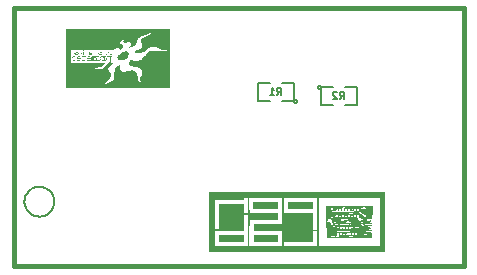
<source format=gbo>
G04 (created by PCBNEW-RS274X (2012-jan-04)-stable) date Fri 25 Jan 2013 16:17:33 CET*
G01*
G70*
G90*
%MOIN*%
G04 Gerber Fmt 3.4, Leading zero omitted, Abs format*
%FSLAX34Y34*%
G04 APERTURE LIST*
%ADD10C,0.006000*%
%ADD11C,0.015000*%
%ADD12C,0.005000*%
%ADD13C,0.000100*%
G04 APERTURE END LIST*
G54D10*
G54D11*
X53350Y-37475D02*
X53375Y-37475D01*
X53350Y-46050D02*
X53350Y-37475D01*
X68350Y-46050D02*
X53350Y-46050D01*
X68350Y-37450D02*
X68350Y-46050D01*
X53350Y-37450D02*
X68350Y-37450D01*
G54D12*
X62785Y-40550D02*
X62784Y-40559D01*
X62781Y-40569D01*
X62776Y-40577D01*
X62770Y-40585D01*
X62762Y-40591D01*
X62754Y-40596D01*
X62745Y-40598D01*
X62735Y-40599D01*
X62726Y-40599D01*
X62717Y-40596D01*
X62708Y-40591D01*
X62701Y-40585D01*
X62694Y-40578D01*
X62690Y-40569D01*
X62687Y-40560D01*
X62686Y-40550D01*
X62686Y-40541D01*
X62689Y-40532D01*
X62693Y-40523D01*
X62700Y-40516D01*
X62707Y-40509D01*
X62715Y-40505D01*
X62725Y-40502D01*
X62734Y-40501D01*
X62743Y-40501D01*
X62753Y-40504D01*
X62761Y-40508D01*
X62769Y-40514D01*
X62775Y-40522D01*
X62780Y-40530D01*
X62783Y-40539D01*
X62784Y-40549D01*
X62785Y-40550D01*
X62285Y-40550D02*
X62685Y-40550D01*
X62685Y-40550D02*
X62685Y-39950D01*
X62685Y-39950D02*
X62285Y-39950D01*
X61885Y-39950D02*
X61485Y-39950D01*
X61485Y-39950D02*
X61485Y-40550D01*
X61485Y-40550D02*
X61885Y-40550D01*
X63585Y-40085D02*
X63584Y-40094D01*
X63581Y-40104D01*
X63576Y-40112D01*
X63570Y-40120D01*
X63562Y-40126D01*
X63554Y-40131D01*
X63545Y-40133D01*
X63535Y-40134D01*
X63526Y-40134D01*
X63517Y-40131D01*
X63508Y-40126D01*
X63501Y-40120D01*
X63494Y-40113D01*
X63490Y-40104D01*
X63487Y-40095D01*
X63486Y-40085D01*
X63486Y-40076D01*
X63489Y-40067D01*
X63493Y-40058D01*
X63500Y-40051D01*
X63507Y-40044D01*
X63515Y-40040D01*
X63525Y-40037D01*
X63534Y-40036D01*
X63543Y-40036D01*
X63553Y-40039D01*
X63561Y-40043D01*
X63569Y-40049D01*
X63575Y-40057D01*
X63580Y-40065D01*
X63583Y-40074D01*
X63584Y-40084D01*
X63585Y-40085D01*
X63985Y-40085D02*
X63585Y-40085D01*
X63585Y-40085D02*
X63585Y-40685D01*
X63585Y-40685D02*
X63985Y-40685D01*
X64385Y-40685D02*
X64785Y-40685D01*
X64785Y-40685D02*
X64785Y-40085D01*
X64785Y-40085D02*
X64385Y-40085D01*
G54D13*
G36*
X65745Y-45564D02*
X65558Y-45564D01*
X65558Y-45390D01*
X65558Y-44580D01*
X65558Y-43771D01*
X64547Y-43771D01*
X63536Y-43771D01*
X63536Y-44430D01*
X63536Y-44566D01*
X63535Y-44699D01*
X63534Y-44825D01*
X63533Y-44942D01*
X63532Y-45045D01*
X63530Y-45132D01*
X63529Y-45198D01*
X63527Y-45239D01*
X63519Y-45390D01*
X64538Y-45390D01*
X65558Y-45390D01*
X65558Y-45564D01*
X63456Y-45564D01*
X63456Y-45390D01*
X63456Y-45136D01*
X63456Y-44881D01*
X63456Y-44841D01*
X63456Y-44306D01*
X63456Y-43770D01*
X62910Y-43774D01*
X62365Y-43777D01*
X62361Y-44028D01*
X62358Y-44279D01*
X62839Y-44279D01*
X63322Y-44279D01*
X63322Y-44560D01*
X63322Y-44841D01*
X63389Y-44841D01*
X63456Y-44841D01*
X63456Y-44881D01*
X63389Y-44881D01*
X63322Y-44881D01*
X63322Y-45062D01*
X63322Y-45242D01*
X62840Y-45242D01*
X62359Y-45242D01*
X62359Y-45316D01*
X62359Y-45390D01*
X62907Y-45390D01*
X63456Y-45390D01*
X63456Y-45564D01*
X62800Y-45564D01*
X62305Y-45564D01*
X62305Y-45390D01*
X62305Y-45136D01*
X62305Y-44881D01*
X61826Y-44878D01*
X61347Y-44874D01*
X61347Y-44767D01*
X61347Y-44660D01*
X61826Y-44656D01*
X62305Y-44653D01*
X62305Y-44219D01*
X62305Y-43784D01*
X61756Y-43784D01*
X61206Y-43784D01*
X61210Y-44035D01*
X61214Y-44286D01*
X61693Y-44290D01*
X62171Y-44293D01*
X62171Y-44400D01*
X62171Y-44507D01*
X61693Y-44510D01*
X61214Y-44514D01*
X61210Y-44951D01*
X61206Y-45390D01*
X61756Y-45390D01*
X62305Y-45390D01*
X62305Y-45564D01*
X61153Y-45564D01*
X61153Y-45377D01*
X61153Y-44854D01*
X61153Y-44333D01*
X61153Y-44293D01*
X61153Y-44032D01*
X61153Y-43771D01*
X61086Y-43771D01*
X61047Y-43771D01*
X61027Y-43777D01*
X61020Y-43791D01*
X61020Y-43811D01*
X61020Y-43851D01*
X60538Y-43851D01*
X60055Y-43851D01*
X60055Y-44340D01*
X60055Y-44827D01*
X60122Y-44827D01*
X60189Y-44827D01*
X60192Y-44410D01*
X60196Y-43992D01*
X60608Y-43988D01*
X61019Y-43984D01*
X61020Y-44139D01*
X61020Y-44293D01*
X61086Y-44293D01*
X61153Y-44293D01*
X61153Y-44333D01*
X61086Y-44333D01*
X61020Y-44333D01*
X61020Y-44600D01*
X61020Y-44868D01*
X60538Y-44868D01*
X60055Y-44868D01*
X60055Y-45122D01*
X60055Y-45377D01*
X60604Y-45377D01*
X61153Y-45377D01*
X61153Y-45564D01*
X59855Y-45564D01*
X59855Y-44566D01*
X59855Y-43570D01*
X62800Y-43570D01*
X65745Y-43570D01*
X65745Y-44566D01*
X65745Y-45564D01*
X65745Y-45564D01*
X65745Y-45564D01*
G37*
G36*
X62171Y-45242D02*
X61764Y-45242D01*
X61356Y-45242D01*
X61352Y-45142D01*
X61350Y-45091D01*
X61350Y-45051D01*
X61351Y-45029D01*
X61352Y-45028D01*
X61366Y-45024D01*
X61406Y-45021D01*
X61469Y-45018D01*
X61554Y-45016D01*
X61659Y-45015D01*
X61764Y-45015D01*
X62171Y-45015D01*
X62171Y-45129D01*
X62171Y-45242D01*
X62171Y-45242D01*
X62171Y-45242D01*
G37*
G36*
X62171Y-44146D02*
X61341Y-44146D01*
X61341Y-43918D01*
X62171Y-43918D01*
X62171Y-44146D01*
X62171Y-44146D01*
X62171Y-44146D01*
G37*
G36*
X65318Y-44038D02*
X65314Y-44256D01*
X65310Y-44474D01*
X65226Y-44474D01*
X65166Y-44479D01*
X65130Y-44490D01*
X65118Y-44508D01*
X65123Y-44521D01*
X65142Y-44530D01*
X65184Y-44530D01*
X65202Y-44528D01*
X65253Y-44524D01*
X65291Y-44528D01*
X65310Y-44537D01*
X65310Y-44547D01*
X65295Y-44554D01*
X65260Y-44560D01*
X65213Y-44566D01*
X65210Y-44566D01*
X65115Y-44576D01*
X65115Y-44576D01*
X65128Y-44580D01*
X65191Y-44592D01*
X65200Y-44593D01*
X65249Y-44601D01*
X65285Y-44610D01*
X65303Y-44618D01*
X65304Y-44620D01*
X65291Y-44627D01*
X65259Y-44631D01*
X65218Y-44633D01*
X65172Y-44635D01*
X65137Y-44638D01*
X65122Y-44643D01*
X65115Y-44643D01*
X65115Y-44576D01*
X65096Y-44563D01*
X65096Y-44386D01*
X65096Y-44369D01*
X65086Y-44349D01*
X65083Y-44346D01*
X65083Y-44119D01*
X65077Y-44093D01*
X65055Y-44082D01*
X65044Y-44081D01*
X65011Y-44082D01*
X64991Y-44091D01*
X64966Y-44103D01*
X64935Y-44104D01*
X64911Y-44095D01*
X64909Y-44092D01*
X64889Y-44079D01*
X64885Y-44078D01*
X64880Y-44083D01*
X64892Y-44095D01*
X64912Y-44108D01*
X64934Y-44117D01*
X64944Y-44118D01*
X64970Y-44128D01*
X64983Y-44139D01*
X65011Y-44154D01*
X65041Y-44156D01*
X65071Y-44149D01*
X65082Y-44132D01*
X65083Y-44119D01*
X65083Y-44346D01*
X65073Y-44337D01*
X65066Y-44339D01*
X65049Y-44338D01*
X65016Y-44322D01*
X64970Y-44295D01*
X64915Y-44258D01*
X64915Y-44258D01*
X64878Y-44229D01*
X64859Y-44207D01*
X64853Y-44182D01*
X64853Y-44169D01*
X64851Y-44137D01*
X64837Y-44124D01*
X64825Y-44121D01*
X64803Y-44123D01*
X64795Y-44140D01*
X64795Y-44155D01*
X64798Y-44176D01*
X64810Y-44196D01*
X64836Y-44221D01*
X64879Y-44253D01*
X64897Y-44266D01*
X64943Y-44301D01*
X64981Y-44335D01*
X65005Y-44361D01*
X65010Y-44369D01*
X65030Y-44391D01*
X65059Y-44401D01*
X65087Y-44395D01*
X65096Y-44386D01*
X65096Y-44563D01*
X65023Y-44515D01*
X64957Y-44476D01*
X64907Y-44456D01*
X64889Y-44454D01*
X64861Y-44452D01*
X64852Y-44441D01*
X64855Y-44413D01*
X64856Y-44407D01*
X64852Y-44358D01*
X64827Y-44310D01*
X64786Y-44269D01*
X64763Y-44255D01*
X64763Y-44083D01*
X64761Y-44078D01*
X64738Y-44089D01*
X64713Y-44115D01*
X64693Y-44146D01*
X64688Y-44168D01*
X64694Y-44192D01*
X64717Y-44199D01*
X64721Y-44199D01*
X64747Y-44193D01*
X64754Y-44172D01*
X64755Y-44166D01*
X64749Y-44137D01*
X64739Y-44124D01*
X64734Y-44111D01*
X64748Y-44096D01*
X64763Y-44083D01*
X64763Y-44255D01*
X64734Y-44239D01*
X64676Y-44226D01*
X64667Y-44226D01*
X64635Y-44224D01*
X64626Y-44218D01*
X64631Y-44210D01*
X64643Y-44185D01*
X64647Y-44156D01*
X64642Y-44128D01*
X64625Y-44119D01*
X64621Y-44119D01*
X64598Y-44130D01*
X64585Y-44155D01*
X64587Y-44182D01*
X64592Y-44190D01*
X64606Y-44209D01*
X64607Y-44215D01*
X64594Y-44218D01*
X64559Y-44221D01*
X64554Y-44221D01*
X64554Y-44160D01*
X64542Y-44121D01*
X64514Y-44092D01*
X64477Y-44079D01*
X64474Y-44080D01*
X64465Y-44083D01*
X64480Y-44091D01*
X64498Y-44104D01*
X64503Y-44130D01*
X64502Y-44150D01*
X64502Y-44183D01*
X64510Y-44197D01*
X64526Y-44199D01*
X64546Y-44193D01*
X64553Y-44170D01*
X64554Y-44160D01*
X64554Y-44221D01*
X64503Y-44223D01*
X64470Y-44223D01*
X64470Y-44159D01*
X64458Y-44132D01*
X64435Y-44119D01*
X64432Y-44119D01*
X64413Y-44125D01*
X64409Y-44141D01*
X64409Y-44083D01*
X64392Y-44080D01*
X64384Y-44080D01*
X64341Y-44090D01*
X64311Y-44121D01*
X64299Y-44166D01*
X64299Y-44168D01*
X64306Y-44192D01*
X64329Y-44199D01*
X64333Y-44199D01*
X64358Y-44193D01*
X64366Y-44172D01*
X64366Y-44168D01*
X64360Y-44137D01*
X64351Y-44122D01*
X64343Y-44110D01*
X64351Y-44101D01*
X64380Y-44092D01*
X64400Y-44088D01*
X64409Y-44083D01*
X64409Y-44141D01*
X64406Y-44150D01*
X64406Y-44159D01*
X64411Y-44188D01*
X64427Y-44199D01*
X64433Y-44199D01*
X64458Y-44193D01*
X64467Y-44186D01*
X64470Y-44159D01*
X64470Y-44223D01*
X64433Y-44225D01*
X64349Y-44225D01*
X64293Y-44226D01*
X64259Y-44226D01*
X64259Y-44158D01*
X64256Y-44129D01*
X64243Y-44120D01*
X64229Y-44121D01*
X64204Y-44134D01*
X64195Y-44162D01*
X64195Y-44189D01*
X64210Y-44198D01*
X64225Y-44199D01*
X64249Y-44195D01*
X64258Y-44178D01*
X64259Y-44158D01*
X64259Y-44226D01*
X64152Y-44226D01*
X64152Y-44158D01*
X64149Y-44129D01*
X64136Y-44120D01*
X64122Y-44121D01*
X64097Y-44134D01*
X64087Y-44162D01*
X64088Y-44189D01*
X64103Y-44198D01*
X64118Y-44199D01*
X64142Y-44195D01*
X64151Y-44178D01*
X64152Y-44158D01*
X64152Y-44226D01*
X63978Y-44226D01*
X63978Y-44193D01*
X63983Y-44165D01*
X63991Y-44152D01*
X64006Y-44133D01*
X63999Y-44116D01*
X63973Y-44106D01*
X63965Y-44105D01*
X63936Y-44108D01*
X63926Y-44120D01*
X63934Y-44147D01*
X63944Y-44167D01*
X63961Y-44206D01*
X63961Y-44233D01*
X63942Y-44260D01*
X63934Y-44267D01*
X63904Y-44296D01*
X63934Y-44281D01*
X63960Y-44264D01*
X63971Y-44252D01*
X63987Y-44247D01*
X64026Y-44243D01*
X64083Y-44240D01*
X64153Y-44239D01*
X64326Y-44239D01*
X64326Y-44285D01*
X64322Y-44319D01*
X64314Y-44339D01*
X64313Y-44340D01*
X64301Y-44360D01*
X64301Y-44390D01*
X64313Y-44414D01*
X64320Y-44419D01*
X64346Y-44422D01*
X64354Y-44419D01*
X64364Y-44400D01*
X64365Y-44370D01*
X64358Y-44345D01*
X64353Y-44340D01*
X64344Y-44322D01*
X64339Y-44289D01*
X64339Y-44285D01*
X64339Y-44239D01*
X64533Y-44239D01*
X64727Y-44239D01*
X64775Y-44281D01*
X64805Y-44312D01*
X64812Y-44332D01*
X64809Y-44338D01*
X64796Y-44368D01*
X64802Y-44406D01*
X64821Y-44437D01*
X64838Y-44464D01*
X64840Y-44486D01*
X64845Y-44507D01*
X64868Y-44523D01*
X64901Y-44532D01*
X64930Y-44524D01*
X64940Y-44519D01*
X64962Y-44508D01*
X64981Y-44507D01*
X65006Y-44520D01*
X65036Y-44540D01*
X65079Y-44564D01*
X65115Y-44576D01*
X65115Y-44643D01*
X65105Y-44643D01*
X65075Y-44632D01*
X65039Y-44612D01*
X65007Y-44589D01*
X64992Y-44574D01*
X64969Y-44552D01*
X64949Y-44550D01*
X64930Y-44559D01*
X64918Y-44580D01*
X64920Y-44593D01*
X64934Y-44609D01*
X64963Y-44610D01*
X64968Y-44609D01*
X64999Y-44607D01*
X65016Y-44614D01*
X65044Y-44639D01*
X65092Y-44662D01*
X65149Y-44679D01*
X65210Y-44686D01*
X65220Y-44687D01*
X65273Y-44689D01*
X65300Y-44694D01*
X65302Y-44703D01*
X65281Y-44711D01*
X65236Y-44720D01*
X65194Y-44725D01*
X65135Y-44731D01*
X65096Y-44732D01*
X65069Y-44728D01*
X65048Y-44718D01*
X65042Y-44714D01*
X65014Y-44690D01*
X64999Y-44665D01*
X64985Y-44647D01*
X64960Y-44639D01*
X64935Y-44640D01*
X64919Y-44652D01*
X64918Y-44664D01*
X64934Y-44683D01*
X64962Y-44691D01*
X65001Y-44703D01*
X65029Y-44719D01*
X65059Y-44735D01*
X65110Y-44746D01*
X65161Y-44752D01*
X65212Y-44757D01*
X65253Y-44762D01*
X65276Y-44767D01*
X65278Y-44768D01*
X65286Y-44782D01*
X65273Y-44794D01*
X65245Y-44800D01*
X65236Y-44801D01*
X65205Y-44807D01*
X65197Y-44821D01*
X65205Y-44835D01*
X65235Y-44840D01*
X65250Y-44841D01*
X65287Y-44846D01*
X65304Y-44856D01*
X65298Y-44868D01*
X65269Y-44876D01*
X65260Y-44877D01*
X65215Y-44881D01*
X65169Y-44888D01*
X65145Y-44891D01*
X65122Y-44886D01*
X65094Y-44872D01*
X65055Y-44847D01*
X65020Y-44822D01*
X64970Y-44786D01*
X64934Y-44764D01*
X64904Y-44752D01*
X64874Y-44748D01*
X64850Y-44747D01*
X64811Y-44745D01*
X64786Y-44739D01*
X64781Y-44734D01*
X64770Y-44723D01*
X64755Y-44720D01*
X64753Y-44721D01*
X64753Y-44384D01*
X64748Y-44352D01*
X64729Y-44321D01*
X64729Y-44320D01*
X64711Y-44307D01*
X64689Y-44299D01*
X64655Y-44294D01*
X64602Y-44293D01*
X64581Y-44293D01*
X64522Y-44293D01*
X64484Y-44297D01*
X64459Y-44303D01*
X64441Y-44315D01*
X64434Y-44322D01*
X64413Y-44355D01*
X64406Y-44391D01*
X64415Y-44417D01*
X64416Y-44418D01*
X64438Y-44426D01*
X64460Y-44413D01*
X64471Y-44389D01*
X64469Y-44357D01*
X64461Y-44341D01*
X64453Y-44326D01*
X64459Y-44315D01*
X64484Y-44309D01*
X64530Y-44307D01*
X64582Y-44306D01*
X64648Y-44309D01*
X64692Y-44315D01*
X64713Y-44325D01*
X64710Y-44340D01*
X64702Y-44346D01*
X64688Y-44366D01*
X64691Y-44394D01*
X64706Y-44415D01*
X64721Y-44420D01*
X64743Y-44409D01*
X64753Y-44384D01*
X64753Y-44721D01*
X64735Y-44727D01*
X64728Y-44750D01*
X64728Y-44760D01*
X64732Y-44790D01*
X64748Y-44800D01*
X64755Y-44801D01*
X64776Y-44792D01*
X64781Y-44780D01*
X64788Y-44768D01*
X64813Y-44762D01*
X64850Y-44760D01*
X64885Y-44762D01*
X64915Y-44769D01*
X64946Y-44784D01*
X64986Y-44811D01*
X65014Y-44832D01*
X65062Y-44868D01*
X65099Y-44890D01*
X65133Y-44903D01*
X65173Y-44910D01*
X65207Y-44914D01*
X65262Y-44921D01*
X65293Y-44930D01*
X65304Y-44942D01*
X65304Y-44943D01*
X65292Y-44956D01*
X65256Y-44962D01*
X65253Y-44962D01*
X65215Y-44965D01*
X65186Y-44973D01*
X65183Y-44975D01*
X65179Y-44983D01*
X65198Y-44987D01*
X65233Y-44988D01*
X65304Y-44988D01*
X65304Y-45055D01*
X65304Y-45122D01*
X65146Y-45122D01*
X65146Y-44986D01*
X65109Y-44967D01*
X65066Y-44950D01*
X65039Y-44954D01*
X65026Y-44974D01*
X65011Y-45000D01*
X64986Y-45022D01*
X64969Y-45031D01*
X64946Y-45037D01*
X64913Y-45040D01*
X64864Y-45041D01*
X64797Y-45041D01*
X64791Y-45040D01*
X64791Y-44966D01*
X64780Y-44935D01*
X64755Y-44907D01*
X64721Y-44888D01*
X64684Y-44885D01*
X64684Y-44885D01*
X64678Y-44886D01*
X64678Y-44741D01*
X64678Y-44692D01*
X64676Y-44640D01*
X64672Y-44558D01*
X64666Y-44502D01*
X64657Y-44472D01*
X64654Y-44469D01*
X64643Y-44440D01*
X64644Y-44399D01*
X64647Y-44365D01*
X64641Y-44350D01*
X64624Y-44346D01*
X64623Y-44346D01*
X64598Y-44355D01*
X64594Y-44371D01*
X64600Y-44401D01*
X64615Y-44438D01*
X64634Y-44472D01*
X64649Y-44488D01*
X64656Y-44505D01*
X64657Y-44542D01*
X64655Y-44588D01*
X64649Y-44638D01*
X64641Y-44685D01*
X64631Y-44720D01*
X64623Y-44733D01*
X64606Y-44746D01*
X64597Y-44737D01*
X64594Y-44734D01*
X64594Y-44662D01*
X64586Y-44639D01*
X64581Y-44633D01*
X64576Y-44617D01*
X64584Y-44600D01*
X64594Y-44580D01*
X64590Y-44569D01*
X64569Y-44562D01*
X64561Y-44561D01*
X64561Y-44381D01*
X64550Y-44355D01*
X64525Y-44346D01*
X64506Y-44357D01*
X64500Y-44382D01*
X64506Y-44410D01*
X64515Y-44422D01*
X64518Y-44438D01*
X64498Y-44458D01*
X64489Y-44465D01*
X64449Y-44488D01*
X64415Y-44491D01*
X64375Y-44475D01*
X64370Y-44471D01*
X64331Y-44458D01*
X64295Y-44458D01*
X64268Y-44471D01*
X64259Y-44492D01*
X64263Y-44517D01*
X64268Y-44525D01*
X64289Y-44532D01*
X64321Y-44534D01*
X64353Y-44530D01*
X64372Y-44521D01*
X64373Y-44520D01*
X64391Y-44510D01*
X64416Y-44507D01*
X64457Y-44497D01*
X64502Y-44472D01*
X64539Y-44438D01*
X64553Y-44417D01*
X64561Y-44381D01*
X64561Y-44561D01*
X64526Y-44558D01*
X64525Y-44557D01*
X64472Y-44556D01*
X64442Y-44564D01*
X64436Y-44585D01*
X64438Y-44593D01*
X64452Y-44609D01*
X64481Y-44610D01*
X64486Y-44609D01*
X64518Y-44607D01*
X64535Y-44615D01*
X64532Y-44629D01*
X64524Y-44635D01*
X64504Y-44640D01*
X64464Y-44644D01*
X64410Y-44648D01*
X64362Y-44649D01*
X64298Y-44651D01*
X64257Y-44654D01*
X64257Y-44359D01*
X64244Y-44342D01*
X64219Y-44346D01*
X64198Y-44369D01*
X64192Y-44398D01*
X64202Y-44418D01*
X64224Y-44425D01*
X64247Y-44414D01*
X64257Y-44396D01*
X64257Y-44359D01*
X64257Y-44654D01*
X64253Y-44655D01*
X64222Y-44660D01*
X64199Y-44670D01*
X64177Y-44685D01*
X64171Y-44690D01*
X64160Y-44702D01*
X64160Y-44368D01*
X64147Y-44350D01*
X64119Y-44347D01*
X64088Y-44358D01*
X64062Y-44368D01*
X64020Y-44378D01*
X63998Y-44382D01*
X63957Y-44391D01*
X63937Y-44402D01*
X63931Y-44419D01*
X63931Y-44420D01*
X63940Y-44442D01*
X63959Y-44447D01*
X63999Y-44456D01*
X64030Y-44477D01*
X64051Y-44504D01*
X64056Y-44532D01*
X64041Y-44555D01*
X64036Y-44558D01*
X64021Y-44578D01*
X64022Y-44591D01*
X64042Y-44610D01*
X64073Y-44611D01*
X64098Y-44600D01*
X64110Y-44588D01*
X64103Y-44572D01*
X64095Y-44563D01*
X64077Y-44537D01*
X64072Y-44518D01*
X64063Y-44496D01*
X64040Y-44469D01*
X64039Y-44468D01*
X64015Y-44439D01*
X64000Y-44412D01*
X64000Y-44394D01*
X64018Y-44387D01*
X64034Y-44387D01*
X64069Y-44393D01*
X64093Y-44407D01*
X64120Y-44425D01*
X64140Y-44418D01*
X64152Y-44399D01*
X64160Y-44368D01*
X64160Y-44702D01*
X64141Y-44722D01*
X64125Y-44754D01*
X64124Y-44782D01*
X64139Y-44799D01*
X64153Y-44801D01*
X64178Y-44791D01*
X64188Y-44779D01*
X64188Y-44750D01*
X64181Y-44733D01*
X64174Y-44711D01*
X64187Y-44694D01*
X64196Y-44687D01*
X64234Y-44672D01*
X64285Y-44667D01*
X64338Y-44672D01*
X64372Y-44682D01*
X64402Y-44690D01*
X64425Y-44681D01*
X64426Y-44680D01*
X64452Y-44670D01*
X64498Y-44670D01*
X64520Y-44673D01*
X64563Y-44677D01*
X64586Y-44675D01*
X64594Y-44666D01*
X64594Y-44662D01*
X64594Y-44734D01*
X64581Y-44723D01*
X64566Y-44720D01*
X64547Y-44727D01*
X64541Y-44752D01*
X64540Y-44760D01*
X64545Y-44790D01*
X64560Y-44800D01*
X64567Y-44801D01*
X64589Y-44792D01*
X64594Y-44780D01*
X64601Y-44763D01*
X64607Y-44760D01*
X64619Y-44771D01*
X64621Y-44781D01*
X64631Y-44797D01*
X64651Y-44798D01*
X64664Y-44795D01*
X64672Y-44788D01*
X64677Y-44772D01*
X64678Y-44741D01*
X64678Y-44886D01*
X64666Y-44889D01*
X64674Y-44891D01*
X64690Y-44893D01*
X64725Y-44901D01*
X64737Y-44921D01*
X64729Y-44944D01*
X64725Y-44978D01*
X64729Y-44991D01*
X64748Y-45012D01*
X64768Y-45008D01*
X64782Y-44994D01*
X64791Y-44966D01*
X64791Y-45040D01*
X64741Y-45040D01*
X64685Y-45039D01*
X64685Y-44984D01*
X64683Y-44954D01*
X64668Y-44935D01*
X64647Y-44932D01*
X64639Y-44936D01*
X64623Y-44962D01*
X64622Y-44992D01*
X64630Y-45006D01*
X64652Y-45013D01*
X64675Y-45002D01*
X64685Y-44984D01*
X64685Y-45039D01*
X64649Y-45038D01*
X64594Y-45039D01*
X64594Y-44969D01*
X64587Y-44937D01*
X64570Y-44925D01*
X64549Y-44936D01*
X64545Y-44941D01*
X64528Y-44957D01*
X64510Y-44951D01*
X64507Y-44948D01*
X64487Y-44925D01*
X64491Y-44908D01*
X64521Y-44897D01*
X64570Y-44891D01*
X64588Y-44889D01*
X64580Y-44887D01*
X64551Y-44886D01*
X64501Y-44884D01*
X64498Y-44884D01*
X64498Y-44757D01*
X64497Y-44730D01*
X64482Y-44721D01*
X64474Y-44720D01*
X64446Y-44731D01*
X64434Y-44758D01*
X64438Y-44782D01*
X64454Y-44799D01*
X64475Y-44795D01*
X64492Y-44776D01*
X64498Y-44757D01*
X64498Y-44884D01*
X64463Y-44884D01*
X64388Y-44882D01*
X64336Y-44881D01*
X64303Y-44878D01*
X64284Y-44874D01*
X64275Y-44867D01*
X64273Y-44857D01*
X64273Y-44851D01*
X64278Y-44807D01*
X64290Y-44776D01*
X64306Y-44759D01*
X64323Y-44762D01*
X64335Y-44780D01*
X64353Y-44797D01*
X64367Y-44801D01*
X64386Y-44794D01*
X64393Y-44768D01*
X64393Y-44760D01*
X64388Y-44730D01*
X64372Y-44720D01*
X64369Y-44720D01*
X64339Y-44729D01*
X64329Y-44736D01*
X64310Y-44746D01*
X64297Y-44736D01*
X64270Y-44723D01*
X64255Y-44720D01*
X64241Y-44723D01*
X64235Y-44734D01*
X64235Y-44760D01*
X64239Y-44801D01*
X64248Y-44881D01*
X64176Y-44881D01*
X64128Y-44878D01*
X64098Y-44869D01*
X64076Y-44851D01*
X64060Y-44822D01*
X64050Y-44784D01*
X64047Y-44744D01*
X64051Y-44714D01*
X64062Y-44701D01*
X64087Y-44694D01*
X64115Y-44688D01*
X64143Y-44674D01*
X64151Y-44655D01*
X64136Y-44638D01*
X64127Y-44634D01*
X64095Y-44631D01*
X64071Y-44640D01*
X64063Y-44658D01*
X64064Y-44662D01*
X64060Y-44681D01*
X64039Y-44696D01*
X64012Y-44703D01*
X63989Y-44697D01*
X63988Y-44695D01*
X63979Y-44677D01*
X63989Y-44651D01*
X64001Y-44631D01*
X63999Y-44619D01*
X63978Y-44607D01*
X63968Y-44601D01*
X63947Y-44586D01*
X63948Y-44566D01*
X63952Y-44559D01*
X63961Y-44523D01*
X63944Y-44494D01*
X63919Y-44481D01*
X63899Y-44468D01*
X63886Y-44444D01*
X63877Y-44401D01*
X63877Y-44400D01*
X63874Y-44350D01*
X63881Y-44317D01*
X63886Y-44309D01*
X63897Y-44294D01*
X63891Y-44297D01*
X63879Y-44305D01*
X63865Y-44322D01*
X63859Y-44347D01*
X63859Y-44389D01*
X63860Y-44403D01*
X63862Y-44448D01*
X63858Y-44473D01*
X63848Y-44485D01*
X63843Y-44487D01*
X63816Y-44508D01*
X63809Y-44540D01*
X63812Y-44553D01*
X63829Y-44566D01*
X63862Y-44578D01*
X63872Y-44580D01*
X63906Y-44588D01*
X63922Y-44602D01*
X63924Y-44621D01*
X63929Y-44645D01*
X63937Y-44654D01*
X63950Y-44664D01*
X63957Y-44678D01*
X63974Y-44703D01*
X63998Y-44720D01*
X64022Y-44739D01*
X64031Y-44769D01*
X64032Y-44788D01*
X64042Y-44838D01*
X64076Y-44872D01*
X64130Y-44891D01*
X64178Y-44895D01*
X64247Y-44895D01*
X64238Y-44940D01*
X64236Y-44982D01*
X64244Y-45008D01*
X64259Y-45015D01*
X64278Y-45000D01*
X64286Y-44987D01*
X64294Y-44960D01*
X64282Y-44930D01*
X64280Y-44927D01*
X64259Y-44895D01*
X64367Y-44895D01*
X64475Y-44895D01*
X64451Y-44934D01*
X64436Y-44963D01*
X64436Y-44980D01*
X64450Y-44997D01*
X64450Y-44997D01*
X64468Y-45012D01*
X64484Y-45008D01*
X64498Y-44996D01*
X64522Y-44982D01*
X64533Y-44987D01*
X64552Y-44999D01*
X64568Y-45001D01*
X64588Y-44993D01*
X64594Y-44969D01*
X64594Y-45039D01*
X64582Y-45040D01*
X64539Y-45043D01*
X64517Y-45049D01*
X64515Y-45059D01*
X64527Y-45069D01*
X64560Y-45081D01*
X64589Y-45078D01*
X64600Y-45068D01*
X64617Y-45063D01*
X64656Y-45059D01*
X64714Y-45056D01*
X64786Y-45055D01*
X64793Y-45055D01*
X64868Y-45055D01*
X64921Y-45053D01*
X64957Y-45050D01*
X64979Y-45045D01*
X64994Y-45036D01*
X65001Y-45030D01*
X65028Y-45012D01*
X65069Y-44998D01*
X65085Y-44995D01*
X65146Y-44986D01*
X65146Y-45122D01*
X64549Y-45122D01*
X64400Y-45122D01*
X64400Y-44962D01*
X64384Y-44940D01*
X64365Y-44935D01*
X64346Y-44942D01*
X64340Y-44967D01*
X64339Y-44975D01*
X64344Y-45004D01*
X64360Y-45015D01*
X64365Y-45015D01*
X64390Y-45005D01*
X64398Y-44995D01*
X64400Y-44962D01*
X64400Y-45122D01*
X64206Y-45122D01*
X64206Y-45043D01*
X64198Y-45029D01*
X64192Y-45028D01*
X64185Y-45017D01*
X64187Y-44991D01*
X64186Y-44956D01*
X64173Y-44933D01*
X64153Y-44925D01*
X64132Y-44939D01*
X64131Y-44940D01*
X64120Y-44970D01*
X64126Y-44990D01*
X64134Y-45016D01*
X64132Y-45029D01*
X64112Y-45038D01*
X64077Y-45041D01*
X64036Y-45037D01*
X63999Y-45026D01*
X63999Y-45026D01*
X63969Y-45018D01*
X63945Y-45028D01*
X63944Y-45028D01*
X63933Y-45049D01*
X63942Y-45068D01*
X63964Y-45077D01*
X63984Y-45075D01*
X64017Y-45066D01*
X64056Y-45059D01*
X64097Y-45059D01*
X64132Y-45068D01*
X64163Y-45079D01*
X64185Y-45077D01*
X64200Y-45063D01*
X64206Y-45043D01*
X64206Y-45122D01*
X63795Y-45122D01*
X63786Y-44959D01*
X63783Y-44901D01*
X63781Y-44822D01*
X63779Y-44727D01*
X63778Y-44622D01*
X63777Y-44513D01*
X63777Y-44418D01*
X63777Y-44038D01*
X64547Y-44038D01*
X65318Y-44038D01*
X65318Y-44038D01*
X65318Y-44038D01*
G37*
G36*
X64764Y-44752D02*
X64762Y-44760D01*
X64755Y-44760D01*
X64743Y-44756D01*
X64746Y-44752D01*
X64762Y-44750D01*
X64764Y-44752D01*
X64764Y-44752D01*
X64764Y-44752D01*
G37*
G36*
X64964Y-44658D02*
X64962Y-44666D01*
X64956Y-44667D01*
X64944Y-44662D01*
X64946Y-44658D01*
X64962Y-44656D01*
X64964Y-44658D01*
X64964Y-44658D01*
X64964Y-44658D01*
G37*
G36*
X65170Y-44660D02*
X65163Y-44667D01*
X65156Y-44660D01*
X65163Y-44654D01*
X65170Y-44660D01*
X65170Y-44660D01*
X65170Y-44660D01*
G37*
G36*
X64964Y-44578D02*
X64962Y-44585D01*
X64956Y-44586D01*
X64944Y-44582D01*
X64946Y-44578D01*
X64962Y-44576D01*
X64964Y-44578D01*
X64964Y-44578D01*
X64964Y-44578D01*
G37*
G36*
X65170Y-44500D02*
X65163Y-44507D01*
X65156Y-44500D01*
X65163Y-44494D01*
X65170Y-44500D01*
X65170Y-44500D01*
X65170Y-44500D01*
G37*
G36*
X64902Y-44487D02*
X64895Y-44494D01*
X64889Y-44487D01*
X64895Y-44480D01*
X64902Y-44487D01*
X64902Y-44487D01*
X64902Y-44487D01*
G37*
G36*
X64339Y-44380D02*
X64333Y-44387D01*
X64326Y-44380D01*
X64333Y-44373D01*
X64339Y-44380D01*
X64339Y-44380D01*
X64339Y-44380D01*
G37*
G36*
X64835Y-44380D02*
X64828Y-44387D01*
X64821Y-44380D01*
X64828Y-44373D01*
X64835Y-44380D01*
X64835Y-44380D01*
X64835Y-44380D01*
G37*
G36*
X64618Y-44166D02*
X64616Y-44168D01*
X64608Y-44166D01*
X64607Y-44159D01*
X64612Y-44148D01*
X64616Y-44150D01*
X64618Y-44166D01*
X64618Y-44166D01*
X64618Y-44166D01*
G37*
G36*
X63965Y-44125D02*
X63958Y-44132D01*
X63951Y-44125D01*
X63958Y-44119D01*
X63965Y-44125D01*
X63965Y-44125D01*
X63965Y-44125D01*
G37*
G36*
X61020Y-45229D02*
X60189Y-45229D01*
X60189Y-45015D01*
X61020Y-45015D01*
X61020Y-45229D01*
X61020Y-45229D01*
X61020Y-45229D01*
G37*
G36*
X63322Y-44132D02*
X62492Y-44132D01*
X62492Y-43918D01*
X63322Y-43918D01*
X63322Y-44132D01*
X63322Y-44132D01*
X63322Y-44132D01*
G37*
G36*
X63978Y-45048D02*
X63971Y-45055D01*
X63965Y-45048D01*
X63971Y-45042D01*
X63978Y-45048D01*
X63978Y-45048D01*
X63978Y-45048D01*
G37*
G36*
X64165Y-45048D02*
X64159Y-45055D01*
X64152Y-45048D01*
X64159Y-45042D01*
X64165Y-45048D01*
X64165Y-45048D01*
X64165Y-45048D01*
G37*
G36*
X64161Y-44966D02*
X64159Y-44974D01*
X64152Y-44975D01*
X64141Y-44970D01*
X64143Y-44966D01*
X64159Y-44964D01*
X64161Y-44966D01*
X64161Y-44966D01*
X64161Y-44966D01*
G37*
G36*
X64567Y-45048D02*
X64560Y-45055D01*
X64554Y-45048D01*
X64560Y-45042D01*
X64567Y-45048D01*
X64567Y-45048D01*
X64567Y-45048D01*
G37*
G36*
X65062Y-44981D02*
X65056Y-44988D01*
X65049Y-44981D01*
X65056Y-44975D01*
X65062Y-44981D01*
X65062Y-44981D01*
X65062Y-44981D01*
G37*
G36*
X64259Y-44968D02*
X64253Y-44975D01*
X64246Y-44968D01*
X64253Y-44961D01*
X64259Y-44968D01*
X64259Y-44968D01*
X64259Y-44968D01*
G37*
G36*
X64474Y-44968D02*
X64467Y-44975D01*
X64460Y-44968D01*
X64467Y-44961D01*
X64474Y-44968D01*
X64474Y-44968D01*
X64474Y-44968D01*
G37*
G36*
X64567Y-44968D02*
X64560Y-44975D01*
X64554Y-44968D01*
X64560Y-44961D01*
X64567Y-44968D01*
X64567Y-44968D01*
X64567Y-44968D01*
G37*
G36*
X64259Y-44754D02*
X64253Y-44760D01*
X64246Y-44754D01*
X64253Y-44747D01*
X64259Y-44754D01*
X64259Y-44754D01*
X64259Y-44754D01*
G37*
G36*
X64366Y-44754D02*
X64359Y-44760D01*
X64353Y-44754D01*
X64359Y-44747D01*
X64366Y-44754D01*
X64366Y-44754D01*
X64366Y-44754D01*
G37*
G36*
X64112Y-44660D02*
X64105Y-44667D01*
X64098Y-44660D01*
X64105Y-44654D01*
X64112Y-44660D01*
X64112Y-44660D01*
X64112Y-44660D01*
G37*
G36*
X63965Y-44633D02*
X63958Y-44640D01*
X63951Y-44633D01*
X63958Y-44627D01*
X63965Y-44633D01*
X63965Y-44633D01*
X63965Y-44633D01*
G37*
G36*
X63897Y-44534D02*
X63887Y-44547D01*
X63884Y-44547D01*
X63871Y-44537D01*
X63871Y-44534D01*
X63881Y-44521D01*
X63884Y-44520D01*
X63897Y-44531D01*
X63897Y-44534D01*
X63897Y-44534D01*
X63897Y-44534D01*
G37*
G36*
X64366Y-44968D02*
X64359Y-44975D01*
X64353Y-44968D01*
X64359Y-44961D01*
X64366Y-44968D01*
X64366Y-44968D01*
X64366Y-44968D01*
G37*
G36*
X64661Y-44968D02*
X64654Y-44975D01*
X64647Y-44968D01*
X64654Y-44961D01*
X64661Y-44968D01*
X64661Y-44968D01*
X64661Y-44968D01*
G37*
G36*
X64755Y-44968D02*
X64748Y-44975D01*
X64741Y-44968D01*
X64748Y-44961D01*
X64755Y-44968D01*
X64755Y-44968D01*
X64755Y-44968D01*
G37*
G36*
X64152Y-44754D02*
X64145Y-44760D01*
X64138Y-44754D01*
X64145Y-44747D01*
X64152Y-44754D01*
X64152Y-44754D01*
X64152Y-44754D01*
G37*
G36*
X64406Y-44660D02*
X64400Y-44667D01*
X64393Y-44660D01*
X64400Y-44654D01*
X64406Y-44660D01*
X64406Y-44660D01*
X64406Y-44660D01*
G37*
G36*
X64563Y-44658D02*
X64561Y-44666D01*
X64554Y-44667D01*
X64543Y-44662D01*
X64545Y-44658D01*
X64561Y-44656D01*
X64563Y-44658D01*
X64563Y-44658D01*
X64563Y-44658D01*
G37*
G36*
X64474Y-44580D02*
X64467Y-44586D01*
X64460Y-44580D01*
X64467Y-44573D01*
X64474Y-44580D01*
X64474Y-44580D01*
X64474Y-44580D01*
G37*
G36*
X64563Y-44578D02*
X64561Y-44585D01*
X64554Y-44586D01*
X64543Y-44582D01*
X64545Y-44578D01*
X64561Y-44576D01*
X64563Y-44578D01*
X64563Y-44578D01*
X64563Y-44578D01*
G37*
G36*
X64474Y-44754D02*
X64467Y-44760D01*
X64460Y-44754D01*
X64467Y-44747D01*
X64474Y-44754D01*
X64474Y-44754D01*
X64474Y-44754D01*
G37*
G36*
X64567Y-44754D02*
X64560Y-44760D01*
X64554Y-44754D01*
X64560Y-44747D01*
X64567Y-44754D01*
X64567Y-44754D01*
X64567Y-44754D01*
G37*
G36*
X64661Y-44754D02*
X64654Y-44760D01*
X64647Y-44754D01*
X64654Y-44747D01*
X64661Y-44754D01*
X64661Y-44754D01*
X64661Y-44754D01*
G37*
G36*
X64621Y-44380D02*
X64614Y-44387D01*
X64607Y-44380D01*
X64614Y-44373D01*
X64621Y-44380D01*
X64621Y-44380D01*
X64621Y-44380D01*
G37*
G36*
X64072Y-44580D02*
X64065Y-44586D01*
X64058Y-44580D01*
X64065Y-44573D01*
X64072Y-44580D01*
X64072Y-44580D01*
X64072Y-44580D01*
G37*
G36*
X63965Y-44420D02*
X63958Y-44427D01*
X63951Y-44420D01*
X63958Y-44413D01*
X63965Y-44420D01*
X63965Y-44420D01*
X63965Y-44420D01*
G37*
G36*
X64134Y-44378D02*
X64132Y-44385D01*
X64125Y-44387D01*
X64114Y-44382D01*
X64116Y-44378D01*
X64132Y-44376D01*
X64134Y-44378D01*
X64134Y-44378D01*
X64134Y-44378D01*
G37*
G36*
X64326Y-44500D02*
X64319Y-44507D01*
X64313Y-44500D01*
X64319Y-44494D01*
X64326Y-44500D01*
X64326Y-44500D01*
X64326Y-44500D01*
G37*
G36*
X64527Y-44380D02*
X64520Y-44387D01*
X64514Y-44380D01*
X64520Y-44373D01*
X64527Y-44380D01*
X64527Y-44380D01*
X64527Y-44380D01*
G37*
G36*
X64232Y-44380D02*
X64226Y-44387D01*
X64219Y-44380D01*
X64226Y-44373D01*
X64232Y-44380D01*
X64232Y-44380D01*
X64232Y-44380D01*
G37*
G36*
X64442Y-44378D02*
X64440Y-44385D01*
X64433Y-44387D01*
X64422Y-44382D01*
X64424Y-44378D01*
X64440Y-44376D01*
X64442Y-44378D01*
X64442Y-44378D01*
X64442Y-44378D01*
G37*
G36*
X64728Y-44380D02*
X64721Y-44387D01*
X64715Y-44380D01*
X64721Y-44373D01*
X64728Y-44380D01*
X64728Y-44380D01*
X64728Y-44380D01*
G37*
G36*
X65062Y-44366D02*
X65056Y-44373D01*
X65049Y-44366D01*
X65056Y-44360D01*
X65062Y-44366D01*
X65062Y-44366D01*
X65062Y-44366D01*
G37*
G36*
X64821Y-44166D02*
X64815Y-44172D01*
X64808Y-44166D01*
X64815Y-44159D01*
X64821Y-44166D01*
X64821Y-44166D01*
X64821Y-44166D01*
G37*
G36*
X64122Y-44166D02*
X64121Y-44168D01*
X64113Y-44166D01*
X64112Y-44159D01*
X64117Y-44148D01*
X64121Y-44150D01*
X64122Y-44166D01*
X64122Y-44166D01*
X64122Y-44166D01*
G37*
G36*
X64229Y-44166D02*
X64228Y-44168D01*
X64220Y-44166D01*
X64219Y-44159D01*
X64224Y-44148D01*
X64228Y-44150D01*
X64229Y-44166D01*
X64229Y-44166D01*
X64229Y-44166D01*
G37*
G36*
X64527Y-44166D02*
X64520Y-44172D01*
X64514Y-44166D01*
X64520Y-44159D01*
X64527Y-44166D01*
X64527Y-44166D01*
X64527Y-44166D01*
G37*
G36*
X64715Y-44166D02*
X64708Y-44172D01*
X64701Y-44166D01*
X64708Y-44159D01*
X64715Y-44166D01*
X64715Y-44166D01*
X64715Y-44166D01*
G37*
G36*
X65036Y-44112D02*
X65029Y-44119D01*
X65022Y-44112D01*
X65029Y-44105D01*
X65036Y-44112D01*
X65036Y-44112D01*
X65036Y-44112D01*
G37*
G36*
X58575Y-40124D02*
X58469Y-40124D01*
X58469Y-38848D01*
X58465Y-38846D01*
X58454Y-38844D01*
X58434Y-38843D01*
X58405Y-38841D01*
X58357Y-38836D01*
X58308Y-38828D01*
X58260Y-38815D01*
X58218Y-38800D01*
X58183Y-38784D01*
X58170Y-38776D01*
X58157Y-38769D01*
X58137Y-38761D01*
X58113Y-38752D01*
X58104Y-38750D01*
X58076Y-38742D01*
X58055Y-38737D01*
X58034Y-38736D01*
X58012Y-38738D01*
X57974Y-38742D01*
X57941Y-38749D01*
X57909Y-38758D01*
X57876Y-38771D01*
X57841Y-38789D01*
X57803Y-38812D01*
X57758Y-38842D01*
X57723Y-38866D01*
X57680Y-38895D01*
X57645Y-38917D01*
X57615Y-38933D01*
X57588Y-38945D01*
X57564Y-38951D01*
X57539Y-38955D01*
X57516Y-38955D01*
X57486Y-38953D01*
X57453Y-38947D01*
X57422Y-38937D01*
X57396Y-38926D01*
X57385Y-38918D01*
X57369Y-38904D01*
X57404Y-38886D01*
X57459Y-38857D01*
X57503Y-38833D01*
X57540Y-38812D01*
X57569Y-38795D01*
X57591Y-38779D01*
X57608Y-38765D01*
X57622Y-38751D01*
X57631Y-38739D01*
X57642Y-38718D01*
X57647Y-38695D01*
X57645Y-38668D01*
X57635Y-38637D01*
X57623Y-38606D01*
X57609Y-38576D01*
X57600Y-38554D01*
X57595Y-38538D01*
X57593Y-38525D01*
X57595Y-38514D01*
X57599Y-38501D01*
X57600Y-38498D01*
X57608Y-38482D01*
X57620Y-38467D01*
X57637Y-38452D01*
X57661Y-38436D01*
X57693Y-38419D01*
X57734Y-38399D01*
X57750Y-38392D01*
X57794Y-38372D01*
X57828Y-38355D01*
X57854Y-38341D01*
X57875Y-38328D01*
X57891Y-38317D01*
X57902Y-38307D01*
X57914Y-38293D01*
X57924Y-38277D01*
X57930Y-38263D01*
X57930Y-38254D01*
X57929Y-38254D01*
X57923Y-38255D01*
X57909Y-38262D01*
X57891Y-38272D01*
X57887Y-38275D01*
X57864Y-38289D01*
X57838Y-38303D01*
X57810Y-38316D01*
X57784Y-38328D01*
X57762Y-38337D01*
X57747Y-38341D01*
X57745Y-38341D01*
X57731Y-38343D01*
X57710Y-38349D01*
X57683Y-38357D01*
X57655Y-38367D01*
X57628Y-38378D01*
X57605Y-38388D01*
X57600Y-38390D01*
X57561Y-38412D01*
X57530Y-38434D01*
X57506Y-38460D01*
X57487Y-38490D01*
X57471Y-38528D01*
X57460Y-38565D01*
X57450Y-38597D01*
X57443Y-38620D01*
X57436Y-38636D01*
X57430Y-38649D01*
X57421Y-38661D01*
X57410Y-38674D01*
X57408Y-38676D01*
X57392Y-38692D01*
X57374Y-38705D01*
X57352Y-38716D01*
X57324Y-38727D01*
X57290Y-38738D01*
X57264Y-38746D01*
X57241Y-38754D01*
X57224Y-38760D01*
X57220Y-38763D01*
X57209Y-38767D01*
X57204Y-38766D01*
X57207Y-38758D01*
X57217Y-38742D01*
X57225Y-38730D01*
X57244Y-38698D01*
X57259Y-38670D01*
X57267Y-38646D01*
X57269Y-38635D01*
X57265Y-38622D01*
X57255Y-38607D01*
X57253Y-38603D01*
X57236Y-38585D01*
X57162Y-38592D01*
X57110Y-38595D01*
X57069Y-38595D01*
X57039Y-38591D01*
X57019Y-38582D01*
X57009Y-38568D01*
X57007Y-38550D01*
X57015Y-38525D01*
X57030Y-38495D01*
X57033Y-38490D01*
X57052Y-38455D01*
X57063Y-38427D01*
X57066Y-38405D01*
X57065Y-38397D01*
X57062Y-38395D01*
X57054Y-38402D01*
X57041Y-38419D01*
X57036Y-38425D01*
X57019Y-38447D01*
X56997Y-38473D01*
X56974Y-38497D01*
X56968Y-38502D01*
X56935Y-38537D01*
X56911Y-38567D01*
X56897Y-38594D01*
X56894Y-38615D01*
X56901Y-38632D01*
X56904Y-38635D01*
X56915Y-38642D01*
X56933Y-38651D01*
X56949Y-38658D01*
X56981Y-38672D01*
X57001Y-38687D01*
X57011Y-38705D01*
X57010Y-38725D01*
X56998Y-38749D01*
X56976Y-38778D01*
X56960Y-38796D01*
X56942Y-38813D01*
X56927Y-38825D01*
X56916Y-38830D01*
X56915Y-38830D01*
X56905Y-38826D01*
X56890Y-38816D01*
X56875Y-38803D01*
X56858Y-38788D01*
X56845Y-38780D01*
X56833Y-38777D01*
X56818Y-38777D01*
X56778Y-38782D01*
X56736Y-38797D01*
X56708Y-38812D01*
X56679Y-38830D01*
X55979Y-38832D01*
X55873Y-38832D01*
X55778Y-38832D01*
X55694Y-38832D01*
X55619Y-38833D01*
X55555Y-38833D01*
X55498Y-38833D01*
X55450Y-38834D01*
X55409Y-38834D01*
X55375Y-38834D01*
X55347Y-38835D01*
X55325Y-38836D01*
X55307Y-38837D01*
X55294Y-38838D01*
X55284Y-38838D01*
X55277Y-38840D01*
X55272Y-38841D01*
X55269Y-38843D01*
X55267Y-38844D01*
X55266Y-38845D01*
X55263Y-38848D01*
X55260Y-38852D01*
X55258Y-38858D01*
X55256Y-38868D01*
X55255Y-38883D01*
X55254Y-38903D01*
X55254Y-38930D01*
X55254Y-38966D01*
X55254Y-39011D01*
X55254Y-39057D01*
X55254Y-39113D01*
X55254Y-39157D01*
X55255Y-39193D01*
X55255Y-39221D01*
X55257Y-39241D01*
X55258Y-39255D01*
X55260Y-39263D01*
X55262Y-39268D01*
X55264Y-39270D01*
X55266Y-39272D01*
X55271Y-39273D01*
X55277Y-39275D01*
X55286Y-39276D01*
X55300Y-39277D01*
X55317Y-39277D01*
X55340Y-39278D01*
X55369Y-39279D01*
X55404Y-39279D01*
X55447Y-39280D01*
X55498Y-39280D01*
X55558Y-39280D01*
X55627Y-39281D01*
X55706Y-39281D01*
X55797Y-39281D01*
X55826Y-39281D01*
X55906Y-39281D01*
X55983Y-39282D01*
X56055Y-39282D01*
X56123Y-39282D01*
X56184Y-39283D01*
X56239Y-39284D01*
X56286Y-39284D01*
X56324Y-39284D01*
X56353Y-39285D01*
X56373Y-39286D01*
X56381Y-39286D01*
X56381Y-39286D01*
X56378Y-39295D01*
X56368Y-39310D01*
X56355Y-39328D01*
X56340Y-39346D01*
X56327Y-39362D01*
X56317Y-39372D01*
X56298Y-39385D01*
X56277Y-39395D01*
X56249Y-39404D01*
X56213Y-39411D01*
X56181Y-39417D01*
X56147Y-39424D01*
X56116Y-39432D01*
X56090Y-39441D01*
X56071Y-39451D01*
X56060Y-39460D01*
X56059Y-39464D01*
X56061Y-39469D01*
X56069Y-39469D01*
X56083Y-39466D01*
X56097Y-39463D01*
X56111Y-39464D01*
X56127Y-39467D01*
X56151Y-39475D01*
X56156Y-39477D01*
X56199Y-39489D01*
X56236Y-39493D01*
X56267Y-39490D01*
X56292Y-39480D01*
X56307Y-39470D01*
X56328Y-39452D01*
X56356Y-39427D01*
X56389Y-39394D01*
X56408Y-39375D01*
X56497Y-39282D01*
X56578Y-39282D01*
X56658Y-39283D01*
X56596Y-39341D01*
X56562Y-39374D01*
X56537Y-39403D01*
X56520Y-39429D01*
X56510Y-39454D01*
X56507Y-39478D01*
X56506Y-39484D01*
X56508Y-39504D01*
X56514Y-39522D01*
X56525Y-39542D01*
X56543Y-39565D01*
X56558Y-39582D01*
X56578Y-39605D01*
X56591Y-39624D01*
X56598Y-39640D01*
X56601Y-39658D01*
X56602Y-39678D01*
X56601Y-39699D01*
X56597Y-39718D01*
X56589Y-39737D01*
X56577Y-39758D01*
X56559Y-39781D01*
X56535Y-39809D01*
X56503Y-39842D01*
X56473Y-39872D01*
X56430Y-39915D01*
X56396Y-39952D01*
X56370Y-39983D01*
X56353Y-40008D01*
X56343Y-40028D01*
X56340Y-40043D01*
X56341Y-40049D01*
X56346Y-40047D01*
X56355Y-40036D01*
X56356Y-40034D01*
X56370Y-40018D01*
X56387Y-39999D01*
X56397Y-39989D01*
X56421Y-39968D01*
X56450Y-39949D01*
X56486Y-39931D01*
X56530Y-39914D01*
X56561Y-39903D01*
X56598Y-39890D01*
X56628Y-39877D01*
X56652Y-39862D01*
X56671Y-39845D01*
X56685Y-39823D01*
X56694Y-39795D01*
X56701Y-39760D01*
X56706Y-39716D01*
X56708Y-39662D01*
X56709Y-39641D01*
X56711Y-39594D01*
X56714Y-39554D01*
X56716Y-39522D01*
X56719Y-39501D01*
X56721Y-39491D01*
X56744Y-39448D01*
X56777Y-39410D01*
X56821Y-39376D01*
X56856Y-39356D01*
X56878Y-39345D01*
X56892Y-39340D01*
X56901Y-39339D01*
X56905Y-39342D01*
X56905Y-39343D01*
X56908Y-39352D01*
X56909Y-39370D01*
X56910Y-39395D01*
X56911Y-39424D01*
X56911Y-39428D01*
X56912Y-39469D01*
X56914Y-39500D01*
X56920Y-39522D01*
X56928Y-39538D01*
X56940Y-39550D01*
X56947Y-39554D01*
X56966Y-39562D01*
X56989Y-39566D01*
X57017Y-39567D01*
X57051Y-39564D01*
X57092Y-39557D01*
X57143Y-39547D01*
X57171Y-39541D01*
X57238Y-39529D01*
X57296Y-39525D01*
X57324Y-39525D01*
X57345Y-39526D01*
X57361Y-39529D01*
X57376Y-39535D01*
X57390Y-39541D01*
X57421Y-39561D01*
X57445Y-39589D01*
X57463Y-39624D01*
X57474Y-39667D01*
X57480Y-39721D01*
X57481Y-39742D01*
X57482Y-39775D01*
X57484Y-39800D01*
X57487Y-39820D01*
X57493Y-39838D01*
X57496Y-39846D01*
X57507Y-39868D01*
X57522Y-39890D01*
X57538Y-39911D01*
X57555Y-39927D01*
X57569Y-39937D01*
X57575Y-39939D01*
X57580Y-39938D01*
X57584Y-39933D01*
X57584Y-39924D01*
X57583Y-39907D01*
X57580Y-39883D01*
X57575Y-39855D01*
X57565Y-39796D01*
X57597Y-39717D01*
X57617Y-39661D01*
X57629Y-39612D01*
X57634Y-39571D01*
X57630Y-39535D01*
X57617Y-39504D01*
X57597Y-39477D01*
X57587Y-39468D01*
X57567Y-39453D01*
X57543Y-39441D01*
X57514Y-39430D01*
X57477Y-39422D01*
X57431Y-39414D01*
X57407Y-39411D01*
X57374Y-39406D01*
X57341Y-39400D01*
X57313Y-39394D01*
X57295Y-39389D01*
X57257Y-39372D01*
X57228Y-39349D01*
X57209Y-39321D01*
X57201Y-39289D01*
X57203Y-39253D01*
X57217Y-39215D01*
X57234Y-39186D01*
X57245Y-39171D01*
X57306Y-39188D01*
X57370Y-39203D01*
X57427Y-39210D01*
X57477Y-39208D01*
X57511Y-39200D01*
X57538Y-39191D01*
X57564Y-39179D01*
X57590Y-39163D01*
X57616Y-39143D01*
X57645Y-39118D01*
X57678Y-39085D01*
X57716Y-39045D01*
X57754Y-39002D01*
X57797Y-38958D01*
X57841Y-38921D01*
X57884Y-38894D01*
X57900Y-38886D01*
X57928Y-38875D01*
X57958Y-38868D01*
X57991Y-38864D01*
X58030Y-38863D01*
X58076Y-38865D01*
X58123Y-38868D01*
X58196Y-38874D01*
X58263Y-38877D01*
X58322Y-38877D01*
X58373Y-38874D01*
X58415Y-38869D01*
X58446Y-38861D01*
X58459Y-38855D01*
X58466Y-38851D01*
X58469Y-38848D01*
X58469Y-40124D01*
X56840Y-40124D01*
X55105Y-40124D01*
X55105Y-39140D01*
X55105Y-38156D01*
X56840Y-38156D01*
X58575Y-38156D01*
X58575Y-39140D01*
X58575Y-40124D01*
X58575Y-40124D01*
X58575Y-40124D01*
G37*
G36*
X56613Y-39057D02*
X56610Y-39062D01*
X56599Y-39066D01*
X56584Y-39070D01*
X56584Y-39158D01*
X56584Y-39192D01*
X56584Y-39216D01*
X56585Y-39231D01*
X56587Y-39241D01*
X56590Y-39245D01*
X56594Y-39247D01*
X56597Y-39248D01*
X56608Y-39252D01*
X56612Y-39257D01*
X56610Y-39261D01*
X56600Y-39264D01*
X56580Y-39265D01*
X56569Y-39265D01*
X56545Y-39264D01*
X56531Y-39262D01*
X56526Y-39259D01*
X56526Y-39257D01*
X56533Y-39252D01*
X56546Y-39248D01*
X56547Y-39248D01*
X56566Y-39246D01*
X56566Y-39207D01*
X56566Y-39168D01*
X56566Y-39168D01*
X56566Y-39121D01*
X56561Y-39096D01*
X56552Y-39083D01*
X56541Y-39072D01*
X56529Y-39067D01*
X56511Y-39066D01*
X56506Y-39066D01*
X56487Y-39067D01*
X56474Y-39071D01*
X56463Y-39080D01*
X56461Y-39083D01*
X56449Y-39104D01*
X56447Y-39125D01*
X56453Y-39145D01*
X56465Y-39163D01*
X56482Y-39175D01*
X56502Y-39181D01*
X56524Y-39178D01*
X56536Y-39171D01*
X56554Y-39156D01*
X56563Y-39140D01*
X56566Y-39121D01*
X56566Y-39168D01*
X56550Y-39181D01*
X56532Y-39190D01*
X56507Y-39193D01*
X56505Y-39193D01*
X56486Y-39192D01*
X56473Y-39188D01*
X56459Y-39177D01*
X56452Y-39170D01*
X56438Y-39154D01*
X56431Y-39140D01*
X56429Y-39125D01*
X56429Y-39125D01*
X56434Y-39096D01*
X56448Y-39072D01*
X56468Y-39055D01*
X56493Y-39047D01*
X56520Y-39047D01*
X56546Y-39057D01*
X56559Y-39065D01*
X56565Y-39065D01*
X56566Y-39060D01*
X56569Y-39054D01*
X56581Y-39051D01*
X56590Y-39051D01*
X56606Y-39053D01*
X56613Y-39057D01*
X56613Y-39057D01*
X56613Y-39057D01*
G37*
G36*
X55444Y-39133D02*
X55438Y-39157D01*
X55427Y-39174D01*
X55427Y-39121D01*
X55423Y-39097D01*
X55420Y-39092D01*
X55408Y-39079D01*
X55389Y-39069D01*
X55369Y-39063D01*
X55365Y-39063D01*
X55339Y-39068D01*
X55319Y-39082D01*
X55306Y-39102D01*
X55302Y-39125D01*
X55307Y-39150D01*
X55311Y-39157D01*
X55326Y-39175D01*
X55345Y-39184D01*
X55371Y-39185D01*
X55373Y-39185D01*
X55393Y-39181D01*
X55408Y-39171D01*
X55413Y-39165D01*
X55423Y-39145D01*
X55427Y-39121D01*
X55427Y-39174D01*
X55424Y-39179D01*
X55404Y-39194D01*
X55380Y-39203D01*
X55353Y-39204D01*
X55326Y-39194D01*
X55303Y-39176D01*
X55289Y-39152D01*
X55285Y-39126D01*
X55290Y-39099D01*
X55305Y-39074D01*
X55308Y-39071D01*
X55332Y-39054D01*
X55359Y-39046D01*
X55386Y-39048D01*
X55411Y-39060D01*
X55430Y-39079D01*
X55442Y-39106D01*
X55444Y-39133D01*
X55444Y-39133D01*
X55444Y-39133D01*
G37*
G36*
X55612Y-39127D02*
X55606Y-39153D01*
X55592Y-39176D01*
X55570Y-39192D01*
X55542Y-39202D01*
X55512Y-39204D01*
X55482Y-39197D01*
X55465Y-39189D01*
X55454Y-39180D01*
X55451Y-39173D01*
X55452Y-39172D01*
X55460Y-39171D01*
X55473Y-39175D01*
X55480Y-39177D01*
X55513Y-39187D01*
X55541Y-39186D01*
X55565Y-39174D01*
X55573Y-39167D01*
X55587Y-39152D01*
X55594Y-39141D01*
X55594Y-39141D01*
X55594Y-39105D01*
X55590Y-39098D01*
X55582Y-39086D01*
X55582Y-39085D01*
X55564Y-39071D01*
X55541Y-39064D01*
X55516Y-39065D01*
X55513Y-39066D01*
X55499Y-39072D01*
X55484Y-39083D01*
X55473Y-39095D01*
X55468Y-39104D01*
X55474Y-39107D01*
X55491Y-39110D01*
X55517Y-39110D01*
X55531Y-39111D01*
X55557Y-39110D01*
X55577Y-39109D01*
X55590Y-39107D01*
X55594Y-39105D01*
X55594Y-39141D01*
X55592Y-39135D01*
X55582Y-39131D01*
X55562Y-39129D01*
X55531Y-39129D01*
X55521Y-39129D01*
X55449Y-39129D01*
X55453Y-39109D01*
X55464Y-39081D01*
X55482Y-39061D01*
X55495Y-39053D01*
X55526Y-39046D01*
X55555Y-39049D01*
X55580Y-39061D01*
X55599Y-39081D01*
X55609Y-39107D01*
X55612Y-39127D01*
X55612Y-39127D01*
X55612Y-39127D01*
G37*
G36*
X55771Y-39059D02*
X55764Y-39065D01*
X55753Y-39068D01*
X55737Y-39070D01*
X55737Y-39125D01*
X55737Y-39151D01*
X55736Y-39168D01*
X55733Y-39179D01*
X55729Y-39186D01*
X55721Y-39192D01*
X55721Y-39193D01*
X55700Y-39202D01*
X55673Y-39204D01*
X55643Y-39199D01*
X55634Y-39195D01*
X55619Y-39187D01*
X55612Y-39180D01*
X55614Y-39177D01*
X55626Y-39177D01*
X55628Y-39178D01*
X55663Y-39184D01*
X55689Y-39185D01*
X55706Y-39182D01*
X55712Y-39177D01*
X55716Y-39170D01*
X55718Y-39159D01*
X55719Y-39140D01*
X55719Y-39122D01*
X55719Y-39069D01*
X55677Y-39069D01*
X55655Y-39068D01*
X55642Y-39066D01*
X55636Y-39063D01*
X55635Y-39060D01*
X55638Y-39055D01*
X55647Y-39052D01*
X55664Y-39051D01*
X55677Y-39051D01*
X55719Y-39051D01*
X55719Y-39027D01*
X55719Y-39003D01*
X55673Y-39002D01*
X55654Y-39001D01*
X55645Y-39001D01*
X55645Y-38999D01*
X55649Y-38999D01*
X55671Y-38996D01*
X55671Y-38949D01*
X55671Y-38902D01*
X55692Y-38902D01*
X55706Y-38903D01*
X55713Y-38906D01*
X55713Y-38906D01*
X55708Y-38910D01*
X55697Y-38911D01*
X55688Y-38911D01*
X55683Y-38914D01*
X55681Y-38923D01*
X55680Y-38939D01*
X55680Y-38953D01*
X55680Y-38994D01*
X55709Y-38996D01*
X55737Y-38998D01*
X55737Y-39024D01*
X55737Y-39041D01*
X55740Y-39049D01*
X55748Y-39051D01*
X55755Y-39051D01*
X55768Y-39053D01*
X55771Y-39059D01*
X55771Y-39059D01*
X55771Y-39059D01*
G37*
G36*
X56124Y-39193D02*
X56115Y-39197D01*
X56098Y-39199D01*
X56095Y-39199D01*
X56075Y-39198D01*
X56066Y-39194D01*
X56067Y-39187D01*
X56074Y-39183D01*
X56079Y-39178D01*
X56081Y-39167D01*
X56082Y-39150D01*
X56082Y-39128D01*
X56080Y-39104D01*
X56079Y-39088D01*
X56075Y-39079D01*
X56070Y-39073D01*
X56064Y-39069D01*
X56051Y-39064D01*
X56042Y-39066D01*
X56039Y-39068D01*
X56034Y-39074D01*
X56031Y-39086D01*
X56030Y-39104D01*
X56029Y-39131D01*
X56029Y-39138D01*
X56029Y-39199D01*
X56011Y-39199D01*
X55997Y-39196D01*
X55993Y-39190D01*
X55998Y-39182D01*
X56002Y-39181D01*
X56007Y-39179D01*
X56010Y-39171D01*
X56011Y-39155D01*
X56011Y-39134D01*
X56011Y-39109D01*
X56009Y-39093D01*
X56005Y-39082D01*
X55999Y-39075D01*
X55987Y-39065D01*
X55977Y-39064D01*
X55967Y-39066D01*
X55963Y-39070D01*
X55960Y-39078D01*
X55958Y-39093D01*
X55958Y-39116D01*
X55958Y-39135D01*
X55958Y-39199D01*
X55940Y-39199D01*
X55926Y-39197D01*
X55919Y-39192D01*
X55920Y-39186D01*
X55927Y-39183D01*
X55937Y-39175D01*
X55940Y-39165D01*
X55939Y-39156D01*
X55937Y-39155D01*
X55930Y-39162D01*
X55924Y-39169D01*
X55898Y-39192D01*
X55868Y-39203D01*
X55835Y-39204D01*
X55810Y-39197D01*
X55793Y-39189D01*
X55782Y-39180D01*
X55779Y-39173D01*
X55780Y-39172D01*
X55788Y-39171D01*
X55802Y-39175D01*
X55808Y-39177D01*
X55841Y-39187D01*
X55869Y-39186D01*
X55893Y-39174D01*
X55902Y-39167D01*
X55915Y-39152D01*
X55922Y-39141D01*
X55922Y-39141D01*
X55922Y-39107D01*
X55916Y-39093D01*
X55903Y-39079D01*
X55884Y-39069D01*
X55864Y-39063D01*
X55859Y-39063D01*
X55839Y-39067D01*
X55820Y-39076D01*
X55805Y-39089D01*
X55797Y-39104D01*
X55796Y-39107D01*
X55802Y-39109D01*
X55817Y-39110D01*
X55839Y-39110D01*
X55859Y-39111D01*
X55885Y-39110D01*
X55905Y-39110D01*
X55919Y-39108D01*
X55922Y-39107D01*
X55922Y-39141D01*
X55920Y-39135D01*
X55910Y-39131D01*
X55890Y-39129D01*
X55859Y-39129D01*
X55850Y-39129D01*
X55820Y-39128D01*
X55800Y-39128D01*
X55788Y-39127D01*
X55781Y-39124D01*
X55779Y-39120D01*
X55779Y-39115D01*
X55784Y-39093D01*
X55799Y-39072D01*
X55820Y-39056D01*
X55845Y-39047D01*
X55859Y-39045D01*
X55886Y-39050D01*
X55910Y-39063D01*
X55927Y-39082D01*
X55928Y-39082D01*
X55940Y-39102D01*
X55940Y-39085D01*
X55944Y-39068D01*
X55956Y-39054D01*
X55971Y-39046D01*
X55986Y-39046D01*
X55999Y-39054D01*
X56012Y-39062D01*
X56024Y-39059D01*
X56030Y-39053D01*
X56041Y-39047D01*
X56056Y-39048D01*
X56074Y-39050D01*
X56095Y-39051D01*
X56099Y-39051D01*
X56116Y-39052D01*
X56124Y-39057D01*
X56123Y-39062D01*
X56113Y-39067D01*
X56107Y-39070D01*
X56104Y-39075D01*
X56102Y-39086D01*
X56101Y-39105D01*
X56101Y-39125D01*
X56101Y-39151D01*
X56102Y-39167D01*
X56104Y-39177D01*
X56108Y-39181D01*
X56113Y-39183D01*
X56124Y-39188D01*
X56124Y-39193D01*
X56124Y-39193D01*
X56124Y-39193D01*
G37*
G36*
X56268Y-39124D02*
X56262Y-39151D01*
X56250Y-39171D01*
X56250Y-39125D01*
X56245Y-39104D01*
X56232Y-39084D01*
X56213Y-39069D01*
X56193Y-39063D01*
X56191Y-39063D01*
X56164Y-39068D01*
X56143Y-39081D01*
X56129Y-39099D01*
X56123Y-39121D01*
X56125Y-39143D01*
X56136Y-39164D01*
X56147Y-39175D01*
X56170Y-39186D01*
X56194Y-39187D01*
X56218Y-39176D01*
X56230Y-39167D01*
X56243Y-39150D01*
X56249Y-39136D01*
X56250Y-39125D01*
X56250Y-39171D01*
X56248Y-39174D01*
X56227Y-39191D01*
X56203Y-39202D01*
X56176Y-39204D01*
X56150Y-39197D01*
X56144Y-39194D01*
X56123Y-39174D01*
X56110Y-39150D01*
X56107Y-39126D01*
X56111Y-39100D01*
X56123Y-39077D01*
X56142Y-39059D01*
X56167Y-39048D01*
X56189Y-39045D01*
X56212Y-39050D01*
X56235Y-39065D01*
X56253Y-39085D01*
X56265Y-39108D01*
X56268Y-39124D01*
X56268Y-39124D01*
X56268Y-39124D01*
G37*
G36*
X56426Y-39190D02*
X56420Y-39193D01*
X56404Y-39195D01*
X56380Y-39197D01*
X56358Y-39198D01*
X56328Y-39198D01*
X56308Y-39198D01*
X56297Y-39196D01*
X56293Y-39193D01*
X56293Y-39192D01*
X56300Y-39187D01*
X56318Y-39183D01*
X56329Y-39182D01*
X56363Y-39181D01*
X56363Y-39143D01*
X56363Y-39122D01*
X56360Y-39109D01*
X56355Y-39099D01*
X56344Y-39089D01*
X56344Y-39089D01*
X56323Y-39073D01*
X56307Y-39066D01*
X56293Y-39066D01*
X56283Y-39071D01*
X56270Y-39076D01*
X56264Y-39074D01*
X56266Y-39065D01*
X56274Y-39056D01*
X56294Y-39048D01*
X56316Y-39051D01*
X56342Y-39065D01*
X56343Y-39066D01*
X56363Y-39081D01*
X56363Y-39066D01*
X56364Y-39057D01*
X56370Y-39052D01*
X56382Y-39051D01*
X56390Y-39051D01*
X56408Y-39052D01*
X56416Y-39056D01*
X56417Y-39060D01*
X56412Y-39067D01*
X56399Y-39069D01*
X56381Y-39069D01*
X56381Y-39125D01*
X56381Y-39180D01*
X56403Y-39182D01*
X56418Y-39185D01*
X56426Y-39189D01*
X56426Y-39190D01*
X56426Y-39190D01*
X56426Y-39190D01*
G37*
G36*
X57203Y-38946D02*
X57201Y-38955D01*
X57196Y-38971D01*
X57188Y-38994D01*
X57179Y-39020D01*
X57169Y-39047D01*
X57160Y-39073D01*
X57156Y-39084D01*
X57148Y-39094D01*
X57133Y-39105D01*
X57128Y-39107D01*
X57113Y-39116D01*
X57091Y-39129D01*
X57067Y-39143D01*
X57056Y-39150D01*
X57033Y-39164D01*
X57012Y-39176D01*
X56996Y-39185D01*
X56991Y-39187D01*
X56978Y-39190D01*
X56957Y-39192D01*
X56933Y-39192D01*
X56909Y-39192D01*
X56890Y-39190D01*
X56887Y-39190D01*
X56876Y-39188D01*
X56858Y-39185D01*
X56851Y-39184D01*
X56825Y-39181D01*
X56818Y-39140D01*
X56813Y-39113D01*
X56811Y-39093D01*
X56813Y-39077D01*
X56818Y-39062D01*
X56829Y-39046D01*
X56844Y-39026D01*
X56866Y-39002D01*
X56894Y-38972D01*
X56918Y-38949D01*
X56935Y-38935D01*
X56942Y-38932D01*
X56956Y-38927D01*
X56977Y-38920D01*
X57004Y-38911D01*
X57027Y-38904D01*
X57093Y-38883D01*
X57148Y-38911D01*
X57171Y-38923D01*
X57189Y-38934D01*
X57201Y-38943D01*
X57203Y-38946D01*
X57203Y-38946D01*
X57203Y-38946D01*
G37*
G36*
X55389Y-38950D02*
X55388Y-38958D01*
X55379Y-38979D01*
X55379Y-38935D01*
X55379Y-38935D01*
X55374Y-38925D01*
X55361Y-38916D01*
X55344Y-38909D01*
X55331Y-38908D01*
X55315Y-38912D01*
X55300Y-38921D01*
X55291Y-38933D01*
X55289Y-38939D01*
X55293Y-38943D01*
X55305Y-38945D01*
X55327Y-38945D01*
X55334Y-38945D01*
X55359Y-38943D01*
X55374Y-38940D01*
X55379Y-38935D01*
X55379Y-38979D01*
X55378Y-38982D01*
X55360Y-38998D01*
X55336Y-39006D01*
X55308Y-39004D01*
X55303Y-39003D01*
X55290Y-38997D01*
X55284Y-38991D01*
X55284Y-38991D01*
X55288Y-38988D01*
X55295Y-38991D01*
X55316Y-38997D01*
X55339Y-38996D01*
X55359Y-38989D01*
X55366Y-38983D01*
X55376Y-38971D01*
X55378Y-38963D01*
X55371Y-38958D01*
X55354Y-38956D01*
X55332Y-38955D01*
X55309Y-38955D01*
X55291Y-38953D01*
X55282Y-38951D01*
X55281Y-38950D01*
X55282Y-38942D01*
X55288Y-38930D01*
X55291Y-38925D01*
X55302Y-38912D01*
X55314Y-38906D01*
X55332Y-38903D01*
X55350Y-38903D01*
X55362Y-38907D01*
X55373Y-38918D01*
X55376Y-38921D01*
X55386Y-38936D01*
X55389Y-38950D01*
X55389Y-38950D01*
X55389Y-38950D01*
G37*
G36*
X55616Y-38960D02*
X55607Y-38977D01*
X55607Y-38948D01*
X55605Y-38938D01*
X55593Y-38920D01*
X55576Y-38911D01*
X55557Y-38909D01*
X55539Y-38914D01*
X55525Y-38926D01*
X55517Y-38945D01*
X55516Y-38953D01*
X55521Y-38974D01*
X55535Y-38989D01*
X55555Y-38997D01*
X55578Y-38996D01*
X55585Y-38993D01*
X55596Y-38983D01*
X55604Y-38967D01*
X55607Y-38948D01*
X55607Y-38977D01*
X55606Y-38979D01*
X55597Y-38989D01*
X55584Y-39001D01*
X55575Y-39008D01*
X55572Y-39008D01*
X55563Y-39007D01*
X55552Y-39005D01*
X55531Y-38996D01*
X55517Y-38979D01*
X55510Y-38958D01*
X55513Y-38936D01*
X55522Y-38918D01*
X55534Y-38907D01*
X55548Y-38902D01*
X55561Y-38902D01*
X55580Y-38903D01*
X55592Y-38910D01*
X55602Y-38920D01*
X55615Y-38941D01*
X55616Y-38960D01*
X55616Y-38960D01*
X55616Y-38960D01*
G37*
G36*
X55959Y-38972D02*
X55958Y-38983D01*
X55956Y-38988D01*
X55950Y-38996D01*
X55950Y-38982D01*
X55949Y-38967D01*
X55940Y-38958D01*
X55921Y-38953D01*
X55909Y-38953D01*
X55890Y-38953D01*
X55880Y-38956D01*
X55876Y-38962D01*
X55875Y-38964D01*
X55878Y-38977D01*
X55890Y-38988D01*
X55908Y-38995D01*
X55925Y-38996D01*
X55941Y-38993D01*
X55949Y-38988D01*
X55950Y-38982D01*
X55950Y-38996D01*
X55946Y-39000D01*
X55932Y-39008D01*
X55922Y-39008D01*
X55914Y-39007D01*
X55907Y-39005D01*
X55893Y-38999D01*
X55886Y-38995D01*
X55879Y-38991D01*
X55876Y-38996D01*
X55868Y-39001D01*
X55860Y-39003D01*
X55852Y-39001D01*
X55856Y-39000D01*
X55858Y-38999D01*
X55864Y-38995D01*
X55867Y-38987D01*
X55868Y-38970D01*
X55868Y-38959D01*
X55870Y-38931D01*
X55876Y-38913D01*
X55888Y-38904D01*
X55907Y-38901D01*
X55922Y-38902D01*
X55936Y-38905D01*
X55942Y-38908D01*
X55941Y-38911D01*
X55929Y-38911D01*
X55919Y-38910D01*
X55901Y-38908D01*
X55890Y-38910D01*
X55883Y-38916D01*
X55882Y-38917D01*
X55875Y-38930D01*
X55876Y-38938D01*
X55888Y-38943D01*
X55906Y-38944D01*
X55927Y-38944D01*
X55939Y-38948D01*
X55948Y-38956D01*
X55951Y-38959D01*
X55959Y-38972D01*
X55959Y-38972D01*
X55959Y-38972D01*
G37*
G36*
X56185Y-38955D02*
X56181Y-38975D01*
X56169Y-38992D01*
X56150Y-39003D01*
X56139Y-39006D01*
X56121Y-39006D01*
X56103Y-39001D01*
X56089Y-38993D01*
X56080Y-38986D01*
X56080Y-38986D01*
X56079Y-38980D01*
X56085Y-38981D01*
X56097Y-38988D01*
X56097Y-38989D01*
X56116Y-38996D01*
X56138Y-38996D01*
X56159Y-38989D01*
X56165Y-38983D01*
X56176Y-38964D01*
X56176Y-38943D01*
X56166Y-38923D01*
X56149Y-38911D01*
X56129Y-38908D01*
X56109Y-38913D01*
X56101Y-38920D01*
X56090Y-38930D01*
X56084Y-38930D01*
X56083Y-38920D01*
X56083Y-38916D01*
X56084Y-38906D01*
X56088Y-38905D01*
X56091Y-38907D01*
X56100Y-38911D01*
X56104Y-38908D01*
X56111Y-38904D01*
X56126Y-38902D01*
X56131Y-38902D01*
X56155Y-38906D01*
X56172Y-38919D01*
X56182Y-38936D01*
X56185Y-38955D01*
X56185Y-38955D01*
X56185Y-38955D01*
G37*
G36*
X56303Y-38948D02*
X56302Y-38957D01*
X56295Y-38980D01*
X56294Y-38981D01*
X56294Y-38952D01*
X56289Y-38931D01*
X56276Y-38916D01*
X56259Y-38908D01*
X56239Y-38909D01*
X56220Y-38920D01*
X56217Y-38922D01*
X56204Y-38941D01*
X56204Y-38962D01*
X56215Y-38982D01*
X56231Y-38994D01*
X56251Y-38998D01*
X56271Y-38994D01*
X56283Y-38985D01*
X56291Y-38969D01*
X56294Y-38952D01*
X56294Y-38981D01*
X56280Y-38996D01*
X56265Y-39003D01*
X56251Y-39008D01*
X56241Y-39008D01*
X56228Y-39003D01*
X56228Y-39003D01*
X56211Y-38990D01*
X56199Y-38970D01*
X56196Y-38951D01*
X56201Y-38929D01*
X56215Y-38913D01*
X56233Y-38903D01*
X56254Y-38901D01*
X56276Y-38907D01*
X56289Y-38918D01*
X56300Y-38933D01*
X56303Y-38948D01*
X56303Y-38948D01*
X56303Y-38948D01*
G37*
G36*
X56411Y-38986D02*
X56407Y-38998D01*
X56400Y-39002D01*
X56388Y-39003D01*
X56370Y-39006D01*
X56368Y-39006D01*
X56350Y-39006D01*
X56335Y-39000D01*
X56330Y-38996D01*
X56319Y-38981D01*
X56319Y-38967D01*
X56329Y-38955D01*
X56346Y-38947D01*
X56369Y-38944D01*
X56385Y-38940D01*
X56395Y-38932D01*
X56396Y-38921D01*
X56393Y-38917D01*
X56380Y-38909D01*
X56362Y-38908D01*
X56344Y-38913D01*
X56334Y-38921D01*
X56322Y-38934D01*
X56322Y-38919D01*
X56322Y-38911D01*
X56326Y-38906D01*
X56336Y-38905D01*
X56355Y-38904D01*
X56358Y-38904D01*
X56380Y-38906D01*
X56394Y-38909D01*
X56401Y-38915D01*
X56401Y-38915D01*
X56405Y-38929D01*
X56396Y-38940D01*
X56377Y-38949D01*
X56364Y-38953D01*
X56343Y-38958D01*
X56332Y-38963D01*
X56328Y-38969D01*
X56329Y-38979D01*
X56330Y-38982D01*
X56333Y-38991D01*
X56340Y-38996D01*
X56354Y-38997D01*
X56363Y-38997D01*
X56383Y-38996D01*
X56395Y-38992D01*
X56402Y-38984D01*
X56411Y-38971D01*
X56411Y-38986D01*
X56411Y-38986D01*
X56411Y-38986D01*
G37*
G36*
X56524Y-38987D02*
X56523Y-38998D01*
X56519Y-39001D01*
X56511Y-39000D01*
X56496Y-39002D01*
X56493Y-39003D01*
X56466Y-39003D01*
X56453Y-39000D01*
X56439Y-38991D01*
X56435Y-38979D01*
X56435Y-38977D01*
X56438Y-38963D01*
X56449Y-38953D01*
X56469Y-38947D01*
X56475Y-38946D01*
X56497Y-38941D01*
X56509Y-38935D01*
X56511Y-38927D01*
X56509Y-38921D01*
X56497Y-38913D01*
X56480Y-38909D01*
X56463Y-38910D01*
X56451Y-38916D01*
X56441Y-38925D01*
X56437Y-38923D01*
X56437Y-38917D01*
X56442Y-38911D01*
X56455Y-38906D01*
X56473Y-38902D01*
X56490Y-38902D01*
X56498Y-38903D01*
X56511Y-38910D01*
X56517Y-38922D01*
X56515Y-38935D01*
X56505Y-38945D01*
X56494Y-38948D01*
X56465Y-38954D01*
X56447Y-38964D01*
X56441Y-38976D01*
X56441Y-38976D01*
X56444Y-38988D01*
X56454Y-38994D01*
X56473Y-38997D01*
X56483Y-38997D01*
X56501Y-38995D01*
X56513Y-38986D01*
X56515Y-38984D01*
X56524Y-38971D01*
X56524Y-38987D01*
X56524Y-38987D01*
X56524Y-38987D01*
G37*
G36*
X56649Y-38977D02*
X56645Y-38991D01*
X56639Y-38995D01*
X56639Y-38972D01*
X56631Y-38960D01*
X56615Y-38952D01*
X56593Y-38950D01*
X56573Y-38951D01*
X56563Y-38957D01*
X56562Y-38968D01*
X56563Y-38973D01*
X56572Y-38985D01*
X56588Y-38993D01*
X56606Y-38997D01*
X56624Y-38995D01*
X56636Y-38988D01*
X56638Y-38986D01*
X56639Y-38972D01*
X56639Y-38995D01*
X56631Y-39001D01*
X56613Y-39005D01*
X56592Y-39003D01*
X56585Y-39000D01*
X56573Y-38996D01*
X56566Y-38997D01*
X56566Y-38998D01*
X56561Y-39001D01*
X56550Y-39003D01*
X56541Y-39001D01*
X56543Y-38999D01*
X56544Y-38999D01*
X56550Y-38995D01*
X56553Y-38987D01*
X56554Y-38970D01*
X56554Y-38959D01*
X56555Y-38932D01*
X56560Y-38916D01*
X56563Y-38911D01*
X56576Y-38905D01*
X56595Y-38902D01*
X56614Y-38903D01*
X56625Y-38907D01*
X56625Y-38910D01*
X56615Y-38910D01*
X56605Y-38909D01*
X56586Y-38908D01*
X56575Y-38911D01*
X56568Y-38917D01*
X56561Y-38929D01*
X56562Y-38937D01*
X56573Y-38942D01*
X56595Y-38945D01*
X56596Y-38945D01*
X56624Y-38950D01*
X56642Y-38960D01*
X56649Y-38975D01*
X56649Y-38977D01*
X56649Y-38977D01*
X56649Y-38977D01*
G37*
G36*
X55503Y-38903D02*
X55501Y-38906D01*
X55497Y-38908D01*
X55490Y-38918D01*
X55486Y-38935D01*
X55485Y-38956D01*
X55487Y-38976D01*
X55492Y-38991D01*
X55497Y-38997D01*
X55501Y-39001D01*
X55496Y-39002D01*
X55483Y-39002D01*
X55471Y-39001D01*
X55468Y-39000D01*
X55470Y-38999D01*
X55476Y-38995D01*
X55479Y-38986D01*
X55480Y-38968D01*
X55480Y-38961D01*
X55480Y-38940D01*
X55477Y-38928D01*
X55470Y-38919D01*
X55467Y-38917D01*
X55449Y-38909D01*
X55432Y-38909D01*
X55421Y-38916D01*
X55417Y-38927D01*
X55414Y-38945D01*
X55414Y-38965D01*
X55416Y-38983D01*
X55419Y-38996D01*
X55421Y-38998D01*
X55423Y-39001D01*
X55413Y-39003D01*
X55409Y-39003D01*
X55397Y-39002D01*
X55394Y-39000D01*
X55395Y-38999D01*
X55400Y-38991D01*
X55403Y-38973D01*
X55403Y-38962D01*
X55405Y-38933D01*
X55413Y-38914D01*
X55427Y-38904D01*
X55441Y-38902D01*
X55457Y-38904D01*
X55468Y-38909D01*
X55475Y-38914D01*
X55479Y-38909D01*
X55486Y-38903D01*
X55494Y-38902D01*
X55503Y-38903D01*
X55503Y-38903D01*
X55503Y-38903D01*
G37*
G36*
X55832Y-38998D02*
X55827Y-39001D01*
X55813Y-39003D01*
X55795Y-39003D01*
X55776Y-39003D01*
X55759Y-39000D01*
X55749Y-38997D01*
X55747Y-38995D01*
X55747Y-38984D01*
X55749Y-38979D01*
X55753Y-38975D01*
X55755Y-38982D01*
X55755Y-38984D01*
X55756Y-38992D01*
X55761Y-38996D01*
X55773Y-38997D01*
X55788Y-38997D01*
X55806Y-38997D01*
X55817Y-38995D01*
X55820Y-38994D01*
X55817Y-38988D01*
X55807Y-38975D01*
X55792Y-38959D01*
X55785Y-38950D01*
X55769Y-38931D01*
X55757Y-38916D01*
X55750Y-38907D01*
X55749Y-38906D01*
X55754Y-38904D01*
X55769Y-38902D01*
X55789Y-38902D01*
X55791Y-38902D01*
X55812Y-38902D01*
X55825Y-38903D01*
X55830Y-38906D01*
X55832Y-38913D01*
X55832Y-38918D01*
X55831Y-38929D01*
X55830Y-38929D01*
X55826Y-38921D01*
X55821Y-38913D01*
X55811Y-38909D01*
X55794Y-38908D01*
X55778Y-38909D01*
X55768Y-38912D01*
X55767Y-38914D01*
X55770Y-38920D01*
X55780Y-38933D01*
X55795Y-38950D01*
X55800Y-38956D01*
X55815Y-38974D01*
X55826Y-38988D01*
X55832Y-38997D01*
X55832Y-38998D01*
X55832Y-38998D01*
X55832Y-38998D01*
G37*
G36*
X56056Y-38904D02*
X56048Y-38906D01*
X56044Y-38907D01*
X56035Y-38909D01*
X56029Y-38914D01*
X56026Y-38923D01*
X56025Y-38940D01*
X56024Y-38954D01*
X56023Y-38996D01*
X56045Y-38999D01*
X56050Y-39000D01*
X56044Y-39001D01*
X56029Y-39001D01*
X56017Y-39001D01*
X55995Y-39001D01*
X55984Y-39000D01*
X55985Y-38999D01*
X55990Y-38998D01*
X56014Y-38994D01*
X56016Y-38948D01*
X56018Y-38902D01*
X56040Y-38902D01*
X56054Y-38903D01*
X56056Y-38904D01*
X56056Y-38904D01*
X56056Y-38904D01*
G37*
G36*
X55683Y-38863D02*
X55680Y-38871D01*
X55677Y-38872D01*
X55672Y-38867D01*
X55671Y-38863D01*
X55674Y-38855D01*
X55677Y-38854D01*
X55682Y-38859D01*
X55683Y-38863D01*
X55683Y-38863D01*
X55683Y-38863D01*
G37*
G36*
X56029Y-38863D02*
X56026Y-38871D01*
X56023Y-38872D01*
X56018Y-38867D01*
X56017Y-38863D01*
X56020Y-38855D01*
X56023Y-38854D01*
X56028Y-38859D01*
X56029Y-38863D01*
X56029Y-38863D01*
X56029Y-38863D01*
G37*
G54D10*
X54711Y-43902D02*
X54701Y-43999D01*
X54673Y-44092D01*
X54627Y-44179D01*
X54565Y-44255D01*
X54490Y-44317D01*
X54404Y-44363D01*
X54310Y-44392D01*
X54213Y-44402D01*
X54117Y-44394D01*
X54023Y-44366D01*
X53936Y-44321D01*
X53860Y-44259D01*
X53797Y-44185D01*
X53750Y-44099D01*
X53720Y-44006D01*
X53710Y-43908D01*
X53718Y-43812D01*
X53745Y-43718D01*
X53789Y-43631D01*
X53850Y-43554D01*
X53925Y-43491D01*
X54010Y-43443D01*
X54103Y-43413D01*
X54200Y-43402D01*
X54296Y-43409D01*
X54391Y-43435D01*
X54478Y-43479D01*
X54555Y-43540D01*
X54619Y-43614D01*
X54667Y-43699D01*
X54698Y-43792D01*
X54710Y-43889D01*
X54711Y-43902D01*
G54D12*
X62127Y-40351D02*
X62210Y-40232D01*
X62269Y-40351D02*
X62269Y-40101D01*
X62174Y-40101D01*
X62150Y-40113D01*
X62139Y-40125D01*
X62127Y-40149D01*
X62127Y-40185D01*
X62139Y-40208D01*
X62150Y-40220D01*
X62174Y-40232D01*
X62269Y-40232D01*
X61889Y-40351D02*
X62031Y-40351D01*
X61960Y-40351D02*
X61960Y-40101D01*
X61984Y-40137D01*
X62008Y-40161D01*
X62031Y-40173D01*
X64227Y-40486D02*
X64310Y-40367D01*
X64369Y-40486D02*
X64369Y-40236D01*
X64274Y-40236D01*
X64250Y-40248D01*
X64239Y-40260D01*
X64227Y-40284D01*
X64227Y-40320D01*
X64239Y-40343D01*
X64250Y-40355D01*
X64274Y-40367D01*
X64369Y-40367D01*
X64131Y-40260D02*
X64119Y-40248D01*
X64096Y-40236D01*
X64036Y-40236D01*
X64012Y-40248D01*
X64000Y-40260D01*
X63989Y-40284D01*
X63989Y-40308D01*
X64000Y-40343D01*
X64143Y-40486D01*
X63989Y-40486D01*
M02*

</source>
